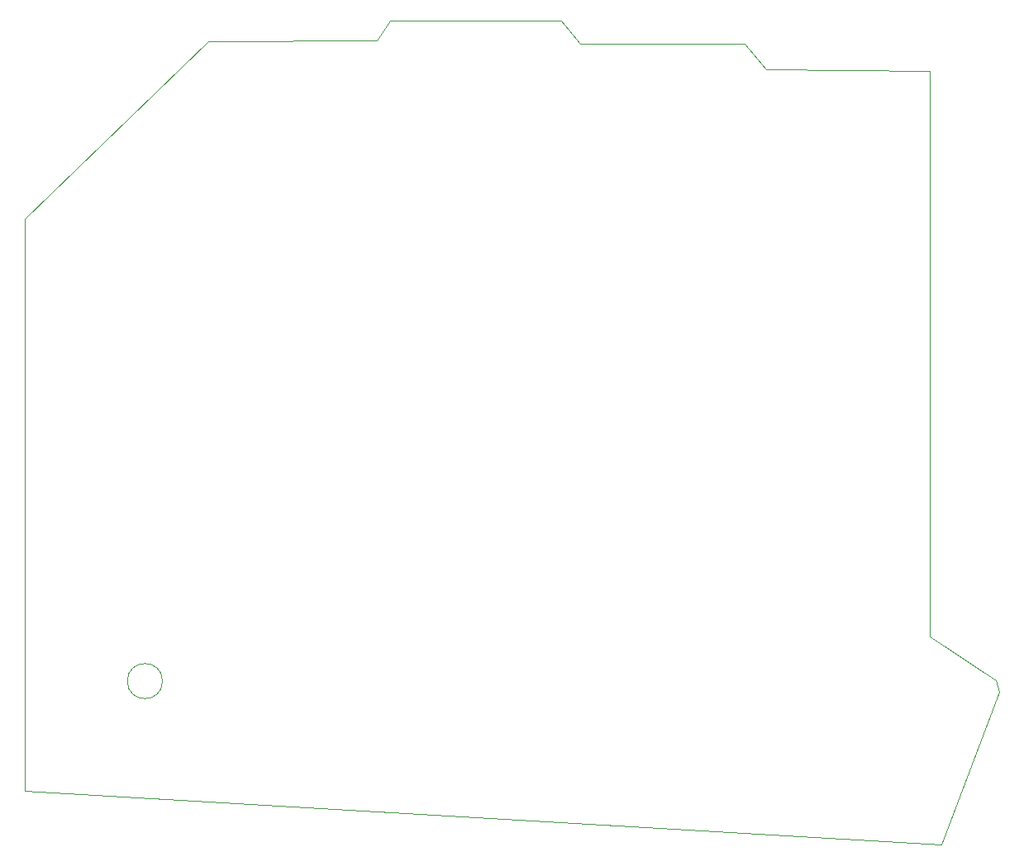
<source format=gbr>
%TF.GenerationSoftware,KiCad,Pcbnew,(6.0.7-1)-1*%
%TF.CreationDate,2022-10-31T22:34:26+08:00*%
%TF.ProjectId,kamao,6b616d61-6f2e-46b6-9963-61645f706362,rev?*%
%TF.SameCoordinates,Original*%
%TF.FileFunction,Profile,NP*%
%FSLAX46Y46*%
G04 Gerber Fmt 4.6, Leading zero omitted, Abs format (unit mm)*
G04 Created by KiCad (PCBNEW (6.0.7-1)-1) date 2022-10-31 22:34:26*
%MOMM*%
%LPD*%
G01*
G04 APERTURE LIST*
%TA.AperFunction,Profile*%
%ADD10C,0.100000*%
%TD*%
G04 APERTURE END LIST*
D10*
X3302776Y396000000D02*
G75*
G03*
X3302776Y396000000I-1802776J0D01*
G01*
X46100000Y461400000D02*
X62900000Y461400000D01*
X65098821Y458701792D01*
X81898821Y458601792D01*
X81900000Y400600000D01*
X88700000Y396100000D01*
X89000000Y394900000D01*
X83100000Y379200000D01*
X-10800000Y384700000D01*
X-10800000Y443400000D01*
X8000000Y461600000D01*
X25300000Y461700000D01*
X26600000Y463700000D01*
X44100000Y463700000D01*
X46100000Y461400000D01*
M02*

</source>
